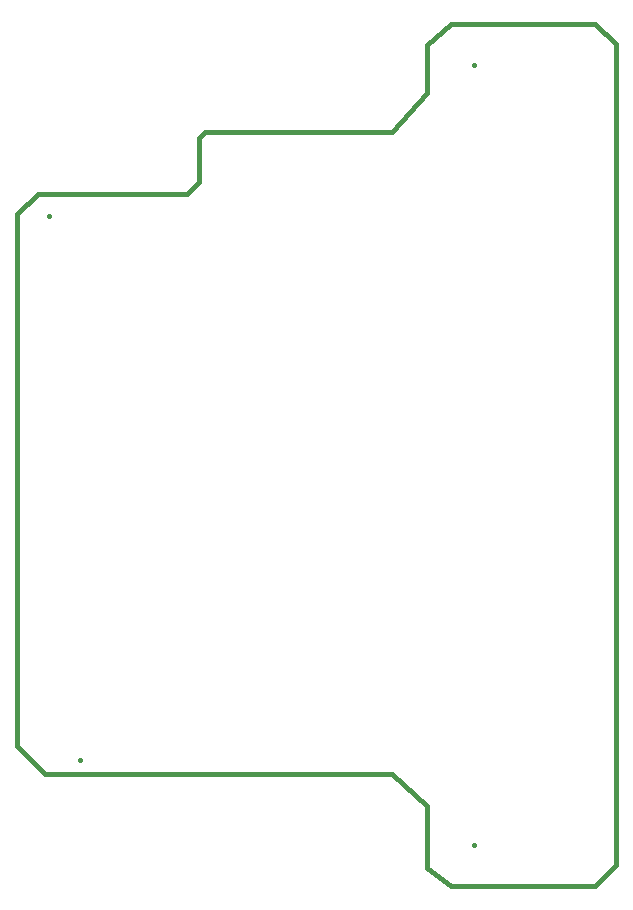
<source format=gbr>
G04 (created by PCBNEW (2013-07-07 BZR 4022)-stable) date 16/09/2013 17:45:25*
%MOIN*%
G04 Gerber Fmt 3.4, Leading zero omitted, Abs format*
%FSLAX34Y34*%
G01*
G70*
G90*
G04 APERTURE LIST*
%ADD10C,0.00590551*%
%ADD11C,0.015*%
G04 APERTURE END LIST*
G54D10*
G54D11*
X23378Y-46732D02*
G75*
G03X23378Y-46732I0J0D01*
G74*
G01*
X23376Y-46732D02*
X23378Y-46732D01*
X23377Y-46731D02*
X23377Y-46733D01*
X22354Y-28606D02*
G75*
G03X22354Y-28606I0J0D01*
G74*
G01*
X22353Y-28606D02*
X22355Y-28606D01*
X22354Y-28605D02*
X22354Y-28607D01*
X36528Y-49551D02*
G75*
G03X36528Y-49551I0J0D01*
G74*
G01*
X36526Y-49551D02*
X36528Y-49551D01*
X36527Y-49550D02*
X36527Y-49552D01*
X36528Y-23566D02*
G75*
G03X36528Y-23566I0J0D01*
G74*
G01*
X36526Y-23566D02*
X36528Y-23566D01*
X36527Y-23565D02*
X36527Y-23567D01*
X40566Y-22188D02*
X35740Y-22188D01*
X41251Y-22874D02*
X40566Y-22188D01*
X41251Y-50240D02*
X41251Y-22874D01*
X40562Y-50929D02*
X41251Y-50240D01*
X35740Y-50929D02*
X40562Y-50929D01*
X34952Y-50338D02*
X35740Y-50929D01*
X34952Y-48248D02*
X34952Y-50338D01*
X33771Y-47188D02*
X34952Y-48248D01*
X22232Y-47188D02*
X33771Y-47188D01*
X21295Y-46251D02*
X22232Y-47188D01*
X21295Y-28523D02*
X21295Y-46251D01*
X21972Y-27846D02*
X21295Y-28523D01*
X26952Y-27846D02*
X21972Y-27846D01*
X27350Y-27448D02*
X26952Y-27846D01*
X27350Y-26003D02*
X27350Y-27448D01*
X27555Y-25799D02*
X27350Y-26003D01*
X33771Y-25799D02*
X27555Y-25799D01*
X34952Y-24507D02*
X33771Y-25799D01*
X34952Y-22877D02*
X34952Y-24507D01*
X35740Y-22188D02*
X34952Y-22877D01*
M02*

</source>
